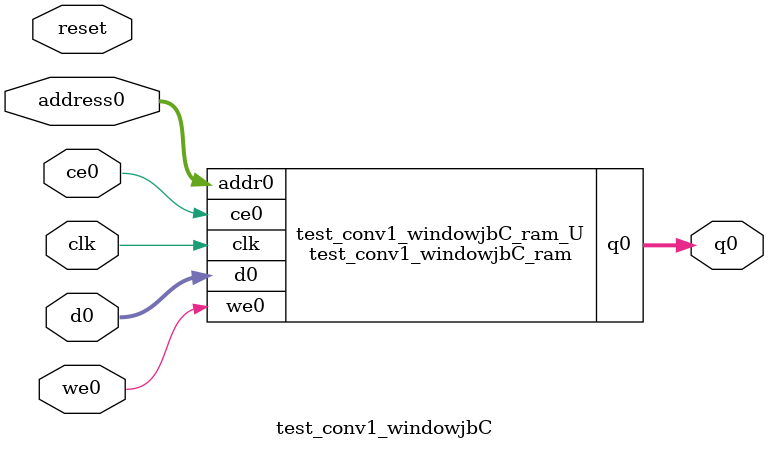
<source format=v>
`timescale 1 ns / 1 ps
module test_conv1_windowjbC_ram (addr0, ce0, d0, we0, q0,  clk);

parameter DWIDTH = 8;
parameter AWIDTH = 5;
parameter MEM_SIZE = 27;

input[AWIDTH-1:0] addr0;
input ce0;
input[DWIDTH-1:0] d0;
input we0;
output reg[DWIDTH-1:0] q0;
input clk;

(* ram_style = "distributed" *)reg [DWIDTH-1:0] ram[0:MEM_SIZE-1];




always @(posedge clk)  
begin 
    if (ce0) begin
        if (we0) 
            ram[addr0] <= d0; 
        q0 <= ram[addr0];
    end
end


endmodule

`timescale 1 ns / 1 ps
module test_conv1_windowjbC(
    reset,
    clk,
    address0,
    ce0,
    we0,
    d0,
    q0);

parameter DataWidth = 32'd8;
parameter AddressRange = 32'd27;
parameter AddressWidth = 32'd5;
input reset;
input clk;
input[AddressWidth - 1:0] address0;
input ce0;
input we0;
input[DataWidth - 1:0] d0;
output[DataWidth - 1:0] q0;



test_conv1_windowjbC_ram test_conv1_windowjbC_ram_U(
    .clk( clk ),
    .addr0( address0 ),
    .ce0( ce0 ),
    .we0( we0 ),
    .d0( d0 ),
    .q0( q0 ));

endmodule


</source>
